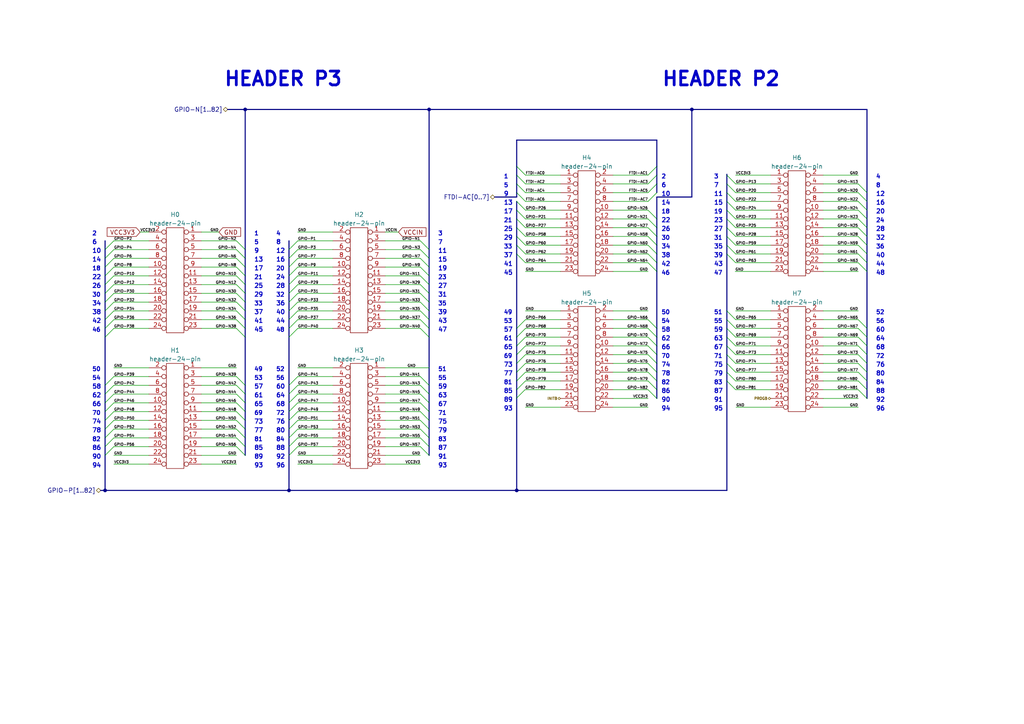
<source format=kicad_sch>
(kicad_sch (version 20211123) (generator eeschema)
  (paper "A4")
  (junction (at 124.46 31.75))
  (junction (at 83.82 142.24))
  (junction (at 149.86 142.24))
  (junction (at 30.48 142.24))
  (junction (at 200.66 31.75))
  (junction (at 71.12 31.75))
  (bus_entry (at 210.82 50.8) (size 2.54 2.54))
  (bus_entry (at 251.46 66.04) (size -2.54 -2.54))
  (bus_entry (at 71.12 97.79) (size -2.54 -2.54))
  (bus_entry (at 30.48 119.38) (size 2.54 -2.54))
  (bus_entry (at 210.82 73.66) (size 2.54 2.54))
  (bus_entry (at 83.82 90.17) (size 2.54 -2.54))
  (bus_entry (at 71.12 77.47) (size -2.54 -2.54))
  (bus_entry (at 210.82 55.88) (size 2.54 2.54))
  (bus_entry (at 71.12 111.76) (size -2.54 -2.54))
  (bus_entry (at 83.82 119.38) (size 2.54 -2.54))
  (bus_entry (at 124.46 132.08) (size -2.54 -2.54))
  (bus_entry (at 190.5 107.95) (size -2.54 -2.54))
  (bus_entry (at 149.86 60.96) (size 2.54 2.54))
  (bus_entry (at 124.46 92.71) (size -2.54 -2.54))
  (bus_entry (at 30.48 85.09) (size 2.54 -2.54))
  (bus_entry (at 149.86 48.26) (size 2.54 2.54))
  (bus_entry (at 30.48 121.92) (size 2.54 -2.54))
  (bus_entry (at 83.82 127) (size 2.54 -2.54))
  (bus_entry (at 71.12 119.38) (size -2.54 -2.54))
  (bus_entry (at 71.12 82.55) (size -2.54 -2.54))
  (bus_entry (at 251.46 78.74) (size -2.54 -2.54))
  (bus_entry (at 190.5 55.88) (size -2.54 2.54))
  (bus_entry (at 190.5 66.04) (size -2.54 -2.54))
  (bus_entry (at 149.86 53.34) (size 2.54 2.54))
  (bus_entry (at 30.48 87.63) (size 2.54 -2.54))
  (bus_entry (at 30.48 95.25) (size 2.54 -2.54))
  (bus_entry (at 71.12 74.93) (size -2.54 -2.54))
  (bus_entry (at 149.86 68.58) (size 2.54 2.54))
  (bus_entry (at 30.48 97.79) (size 2.54 -2.54))
  (bus_entry (at 251.46 63.5) (size -2.54 -2.54))
  (bus_entry (at 190.5 73.66) (size -2.54 -2.54))
  (bus_entry (at 190.5 63.5) (size -2.54 -2.54))
  (bus_entry (at 251.46 68.58) (size -2.54 -2.54))
  (bus_entry (at 124.46 111.76) (size -2.54 -2.54))
  (bus_entry (at 71.12 132.08) (size -2.54 -2.54))
  (bus_entry (at 210.82 71.12) (size 2.54 2.54))
  (bus_entry (at 83.82 77.47) (size 2.54 -2.54))
  (bus_entry (at 30.48 90.17) (size 2.54 -2.54))
  (bus_entry (at 210.82 63.5) (size 2.54 2.54))
  (bus_entry (at 124.46 124.46) (size -2.54 -2.54))
  (bus_entry (at 83.82 124.46) (size 2.54 -2.54))
  (bus_entry (at 190.5 71.12) (size -2.54 -2.54))
  (bus_entry (at 83.82 116.84) (size 2.54 -2.54))
  (bus_entry (at 190.5 48.26) (size -2.54 2.54))
  (bus_entry (at 149.86 110.49) (size 2.54 -2.54))
  (bus_entry (at 190.5 110.49) (size -2.54 -2.54))
  (bus_entry (at 124.46 74.93) (size -2.54 -2.54))
  (bus_entry (at 30.48 129.54) (size 2.54 -2.54))
  (bus_entry (at 251.46 55.88) (size -2.54 -2.54))
  (bus_entry (at 83.82 129.54) (size 2.54 -2.54))
  (bus_entry (at 30.48 80.01) (size 2.54 -2.54))
  (bus_entry (at 251.46 100.33) (size -2.54 -2.54))
  (bus_entry (at 83.82 111.76) (size 2.54 -2.54))
  (bus_entry (at 149.86 73.66) (size 2.54 2.54))
  (bus_entry (at 210.82 90.17) (size 2.54 2.54))
  (bus_entry (at 30.48 114.3) (size 2.54 -2.54))
  (bus_entry (at 83.82 97.79) (size 2.54 -2.54))
  (bus_entry (at 149.733 115.57) (size 2.54 -2.54))
  (bus_entry (at 71.12 129.54) (size -2.54 -2.54))
  (bus_entry (at 30.48 74.93) (size 2.54 -2.54))
  (bus_entry (at 71.12 127) (size -2.54 -2.54))
  (bus_entry (at 190.5 113.03) (size -2.54 -2.54))
  (bus_entry (at 71.12 95.25) (size -2.54 -2.54))
  (bus_entry (at 124.46 85.09) (size -2.54 -2.54))
  (bus_entry (at 190.5 97.79) (size -2.54 -2.54))
  (bus_entry (at 210.82 66.04) (size 2.54 2.54))
  (bus_entry (at 149.86 113.03) (size 2.54 -2.54))
  (bus_entry (at 251.46 73.66) (size -2.54 -2.54))
  (bus_entry (at 30.48 82.55) (size 2.54 -2.54))
  (bus_entry (at 149.86 107.95) (size 2.54 -2.54))
  (bus_entry (at 149.86 102.87) (size 2.54 -2.54))
  (bus_entry (at 251.46 113.03) (size -2.54 -2.54))
  (bus_entry (at 83.82 82.55) (size 2.54 -2.54))
  (bus_entry (at 71.12 90.17) (size -2.54 -2.54))
  (bus_entry (at 83.82 74.93) (size 2.54 -2.54))
  (bus_entry (at 190.5 95.25) (size -2.54 -2.54))
  (bus_entry (at 210.82 97.79) (size 2.54 2.54))
  (bus_entry (at 149.86 50.8) (size 2.54 2.54))
  (bus_entry (at 210.82 95.25) (size 2.54 2.54))
  (bus_entry (at 149.86 55.88) (size 2.54 2.54))
  (bus_entry (at 124.46 119.38) (size -2.54 -2.54))
  (bus_entry (at 71.12 124.46) (size -2.54 -2.54))
  (bus_entry (at 251.46 107.95) (size -2.54 -2.54))
  (bus_entry (at 124.46 87.63) (size -2.54 -2.54))
  (bus_entry (at 190.5 76.2) (size -2.54 -2.54))
  (bus_entry (at 190.5 78.74) (size -2.54 -2.54))
  (bus_entry (at 190.5 100.33) (size -2.54 -2.54))
  (bus_entry (at 71.12 121.92) (size -2.54 -2.54))
  (bus_entry (at 83.82 92.71) (size 2.54 -2.54))
  (bus_entry (at 124.46 97.79) (size -2.54 -2.54))
  (bus_entry (at 210.82 60.96) (size 2.54 2.54))
  (bus_entry (at 149.86 97.79) (size 2.54 -2.54))
  (bus_entry (at 124.46 82.55) (size -2.54 -2.54))
  (bus_entry (at 251.46 110.49) (size -2.54 -2.54))
  (bus_entry (at 210.82 58.42) (size 2.54 2.54))
  (bus_entry (at 30.48 124.46) (size 2.54 -2.54))
  (bus_entry (at 251.46 105.41) (size -2.54 -2.54))
  (bus_entry (at 124.46 129.54) (size -2.54 -2.54))
  (bus_entry (at 149.86 63.5) (size 2.54 2.54))
  (bus_entry (at 149.86 58.42) (size 2.54 2.54))
  (bus_entry (at 124.46 127) (size -2.54 -2.54))
  (bus_entry (at 210.82 53.34) (size 2.54 2.54))
  (bus_entry (at 83.82 72.39) (size 2.54 -2.54))
  (bus_entry (at 30.48 111.76) (size 2.54 -2.54))
  (bus_entry (at 71.12 92.71) (size -2.54 -2.54))
  (bus_entry (at 71.12 114.3) (size -2.54 -2.54))
  (bus_entry (at 30.48 92.71) (size 2.54 -2.54))
  (bus_entry (at 30.48 77.47) (size 2.54 -2.54))
  (bus_entry (at 210.82 107.95) (size 2.54 2.54))
  (bus_entry (at 71.12 116.84) (size -2.54 -2.54))
  (bus_entry (at 251.46 71.12) (size -2.54 -2.54))
  (bus_entry (at 149.86 105.41) (size 2.54 -2.54))
  (bus_entry (at 71.12 85.09) (size -2.54 -2.54))
  (bus_entry (at 71.12 87.63) (size -2.54 -2.54))
  (bus_entry (at 251.46 60.96) (size -2.54 -2.54))
  (bus_entry (at 190.5 102.87) (size -2.54 -2.54))
  (bus_entry (at 124.46 80.01) (size -2.54 -2.54))
  (bus_entry (at 190.5 115.57) (size -2.54 -2.54))
  (bus_entry (at 149.86 71.12) (size 2.54 2.54))
  (bus_entry (at 124.46 95.25) (size -2.54 -2.54))
  (bus_entry (at 124.46 90.17) (size -2.54 -2.54))
  (bus_entry (at 190.5 50.8) (size -2.54 2.54))
  (bus_entry (at 190.5 53.34) (size -2.54 2.54))
  (bus_entry (at 124.46 72.39) (size -2.54 -2.54))
  (bus_entry (at 124.46 121.92) (size -2.54 -2.54))
  (bus_entry (at 149.86 100.33) (size 2.54 -2.54))
  (bus_entry (at 83.82 80.01) (size 2.54 -2.54))
  (bus_entry (at 210.82 102.87) (size 2.54 2.54))
  (bus_entry (at 251.46 76.2) (size -2.54 -2.54))
  (bus_entry (at 124.46 114.3) (size -2.54 -2.54))
  (bus_entry (at 30.48 127) (size 2.54 -2.54))
  (bus_entry (at 210.82 110.49) (size 2.54 2.54))
  (bus_entry (at 83.82 121.92) (size 2.54 -2.54))
  (bus_entry (at 190.5 68.58) (size -2.54 -2.54))
  (bus_entry (at 71.12 80.01) (size -2.54 -2.54))
  (bus_entry (at 210.82 92.71) (size 2.54 2.54))
  (bus_entry (at 83.82 95.25) (size 2.54 -2.54))
  (bus_entry (at 83.82 114.3) (size 2.54 -2.54))
  (bus_entry (at 210.82 105.41) (size 2.54 2.54))
  (bus_entry (at 149.86 66.04) (size 2.54 2.54))
  (bus_entry (at 30.48 132.08) (size 2.54 -2.54))
  (bus_entry (at 210.82 68.58) (size 2.54 2.54))
  (bus_entry (at 251.46 102.87) (size -2.54 -2.54))
  (bus_entry (at 149.86 95.25) (size 2.54 -2.54))
  (bus_entry (at 83.82 85.09) (size 2.54 -2.54))
  (bus_entry (at 83.82 132.08) (size 2.54 -2.54))
  (bus_entry (at 251.46 97.79) (size -2.54 -2.54))
  (bus_entry (at 251.46 95.25) (size -2.54 -2.54))
  (bus_entry (at 190.5 105.41) (size -2.54 -2.54))
  (bus_entry (at 30.48 72.39) (size 2.54 -2.54))
  (bus_entry (at 251.46 58.42) (size -2.54 -2.54))
  (bus_entry (at 124.46 116.84) (size -2.54 -2.54))
  (bus_entry (at 124.46 77.47) (size -2.54 -2.54))
  (bus_entry (at 30.48 116.84) (size 2.54 -2.54))
  (bus_entry (at 83.82 87.63) (size 2.54 -2.54))
  (bus_entry (at 210.82 100.33) (size 2.54 2.54))
  (bus_entry (at 71.12 72.39) (size -2.54 -2.54))
  (bus_entry (at 251.46 115.57) (size -2.54 -2.54))
  (bus (pts (xy 30.48 116.84) (xy 30.48 119.38)))
  (wire (pts (xy 86.36 85.09) (xy 96.52 85.09)))
  (bus (pts (xy 149.86 102.87) (xy 149.86 105.41)))
  (wire (pts (xy 238.76 90.17) (xy 248.92 90.17)))
  (wire (pts (xy 152.4 110.49) (xy 162.56 110.49)))
  (bus (pts (xy 30.48 124.46) (xy 30.48 127)))
  (wire (pts (xy 213.36 58.42) (xy 223.52 58.42)))
  (wire (pts (xy 213.36 68.58) (xy 223.52 68.58)))
  (bus (pts (xy 149.86 58.42) (xy 149.86 60.96)))
  (bus (pts (xy 124.46 72.39) (xy 124.46 74.93)))
  (bus (pts (xy 83.82 119.38) (xy 83.82 121.92)))
  (bus (pts (xy 124.46 87.63) (xy 124.46 90.17)))
  (wire (pts (xy 111.76 69.85) (xy 121.92 69.85)))
  (bus (pts (xy 124.46 90.17) (xy 124.46 92.71)))
  (wire (pts (xy 152.4 76.2) (xy 162.56 76.2)))
  (wire (pts (xy 111.76 134.62) (xy 121.92 134.62)))
  (bus (pts (xy 124.46 77.47) (xy 124.46 80.01)))
  (wire (pts (xy 177.8 97.79) (xy 187.96 97.79)))
  (wire (pts (xy 86.36 106.68) (xy 96.52 106.68)))
  (wire (pts (xy 238.76 73.66) (xy 248.92 73.66)))
  (wire (pts (xy 58.42 87.63) (xy 68.58 87.63)))
  (bus (pts (xy 83.82 121.92) (xy 83.82 124.46)))
  (bus (pts (xy 124.46 95.25) (xy 124.46 97.79)))
  (wire (pts (xy 177.8 53.34) (xy 187.96 53.34)))
  (wire (pts (xy 213.36 76.2) (xy 223.52 76.2)))
  (wire (pts (xy 58.42 124.46) (xy 68.58 124.46)))
  (wire (pts (xy 33.02 116.84) (xy 43.18 116.84)))
  (wire (pts (xy 152.4 118.11) (xy 162.56 118.11)))
  (wire (pts (xy 58.42 95.25) (xy 68.58 95.25)))
  (wire (pts (xy 111.76 90.17) (xy 121.92 90.17)))
  (wire (pts (xy 152.4 71.12) (xy 162.56 71.12)))
  (wire (pts (xy 111.76 80.01) (xy 121.92 80.01)))
  (wire (pts (xy 238.76 63.5) (xy 248.92 63.5)))
  (bus (pts (xy 251.46 105.41) (xy 251.46 107.95)))
  (wire (pts (xy 177.8 110.49) (xy 187.96 110.49)))
  (wire (pts (xy 111.76 85.09) (xy 121.92 85.09)))
  (wire (pts (xy 58.42 72.39) (xy 68.58 72.39)))
  (wire (pts (xy 238.76 53.34) (xy 248.92 53.34)))
  (bus (pts (xy 124.46 74.93) (xy 124.46 77.47)))
  (bus (pts (xy 83.82 80.01) (xy 83.82 82.55)))
  (wire (pts (xy 152.4 92.71) (xy 162.56 92.71)))
  (wire (pts (xy 238.76 95.25) (xy 248.92 95.25)))
  (wire (pts (xy 111.76 132.08) (xy 121.92 132.08)))
  (bus (pts (xy 124.46 82.55) (xy 124.46 85.09)))
  (bus (pts (xy 71.12 119.38) (xy 71.12 121.92)))
  (bus (pts (xy 30.48 74.93) (xy 30.48 77.47)))
  (bus (pts (xy 190.5 105.41) (xy 190.5 107.95)))
  (bus (pts (xy 124.46 80.01) (xy 124.46 82.55)))
  (wire (pts (xy 111.76 67.31) (xy 115.57 67.31)))
  (bus (pts (xy 83.82 87.63) (xy 83.82 90.17)))
  (bus (pts (xy 71.12 72.39) (xy 71.12 74.93)))
  (wire (pts (xy 238.76 76.2) (xy 248.92 76.2)))
  (bus (pts (xy 251.46 95.25) (xy 251.46 97.79)))
  (bus (pts (xy 30.48 119.38) (xy 30.48 121.92)))
  (bus (pts (xy 149.86 48.26) (xy 149.86 50.8)))
  (wire (pts (xy 238.76 55.88) (xy 248.92 55.88)))
  (bus (pts (xy 210.82 73.66) (xy 210.82 90.17)))
  (bus (pts (xy 30.48 95.25) (xy 30.48 97.79)))
  (wire (pts (xy 213.36 100.33) (xy 223.52 100.33)))
  (wire (pts (xy 177.8 102.87) (xy 187.96 102.87)))
  (bus (pts (xy 210.82 60.96) (xy 210.82 63.5)))
  (wire (pts (xy 58.42 85.09) (xy 68.58 85.09)))
  (bus (pts (xy 71.12 124.46) (xy 71.12 127)))
  (bus (pts (xy 190.5 76.2) (xy 190.5 78.74)))
  (bus (pts (xy 124.46 116.84) (xy 124.46 119.38)))
  (wire (pts (xy 152.4 53.34) (xy 162.56 53.34)))
  (wire (pts (xy 177.8 92.71) (xy 187.96 92.71)))
  (wire (pts (xy 33.02 119.38) (xy 43.18 119.38)))
  (wire (pts (xy 238.76 102.87) (xy 248.92 102.87)))
  (wire (pts (xy 238.76 100.33) (xy 248.92 100.33)))
  (bus (pts (xy 190.5 113.03) (xy 190.5 115.57)))
  (wire (pts (xy 86.36 92.71) (xy 96.52 92.71)))
  (bus (pts (xy 30.48 82.55) (xy 30.48 85.09)))
  (wire (pts (xy 111.76 119.38) (xy 121.92 119.38)))
  (bus (pts (xy 210.82 92.71) (xy 210.82 95.25)))
  (wire (pts (xy 33.02 77.47) (xy 43.18 77.47)))
  (wire (pts (xy 111.76 127) (xy 121.92 127)))
  (bus (pts (xy 190.5 107.95) (xy 190.5 110.49)))
  (wire (pts (xy 33.02 92.71) (xy 43.18 92.71)))
  (wire (pts (xy 86.36 124.46) (xy 96.52 124.46)))
  (wire (pts (xy 33.02 72.39) (xy 43.18 72.39)))
  (wire (pts (xy 238.76 68.58) (xy 248.92 68.58)))
  (wire (pts (xy 213.487 118.11) (xy 223.52 118.11)))
  (bus (pts (xy 71.12 114.3) (xy 71.12 116.84)))
  (wire (pts (xy 177.8 63.5) (xy 187.96 63.5)))
  (wire (pts (xy 213.36 55.88) (xy 223.52 55.88)))
  (bus (pts (xy 124.46 114.3) (xy 124.46 116.84)))
  (wire (pts (xy 33.02 74.93) (xy 43.18 74.93)))
  (bus (pts (xy 66.04 31.75) (xy 71.12 31.75)))
  (wire (pts (xy 111.76 116.84) (xy 121.92 116.84)))
  (bus (pts (xy 71.12 31.75) (xy 71.12 72.39)))
  (bus (pts (xy 210.82 55.88) (xy 210.82 58.42)))
  (wire (pts (xy 213.36 71.12) (xy 223.52 71.12)))
  (wire (pts (xy 86.36 95.25) (xy 96.52 95.25)))
  (bus (pts (xy 30.48 72.39) (xy 30.48 74.93)))
  (bus (pts (xy 83.82 124.46) (xy 83.82 127)))
  (wire (pts (xy 152.4 105.41) (xy 162.56 105.41)))
  (wire (pts (xy 213.36 97.79) (xy 223.52 97.79)))
  (bus (pts (xy 149.86 73.66) (xy 149.86 95.25)))
  (bus (pts (xy 251.46 76.2) (xy 251.46 78.74)))
  (bus (pts (xy 83.82 114.3) (xy 83.82 116.84)))
  (bus (pts (xy 210.82 53.34) (xy 210.82 55.88)))
  (bus (pts (xy 124.46 121.92) (xy 124.46 124.46)))
  (bus (pts (xy 30.48 87.63) (xy 30.48 90.17)))
  (bus (pts (xy 210.82 50.8) (xy 210.82 53.34)))
  (bus (pts (xy 83.82 92.71) (xy 83.82 95.25)))
  (wire (pts (xy 152.4 78.74) (xy 162.56 78.74)))
  (bus (pts (xy 190.5 55.88) (xy 190.5 53.34)))
  (wire (pts (xy 152.4 102.87) (xy 162.56 102.87)))
  (wire (pts (xy 86.36 77.47) (xy 96.52 77.47)))
  (bus (pts (xy 149.86 100.33) (xy 149.86 102.87)))
  (wire (pts (xy 177.8 107.95) (xy 187.96 107.95)))
  (wire (pts (xy 187.96 50.8) (xy 177.8 50.8)))
  (wire (pts (xy 86.36 132.08) (xy 96.52 132.08)))
  (bus (pts (xy 30.48 85.09) (xy 30.48 87.63)))
  (bus (pts (xy 71.12 111.76) (xy 71.12 114.3)))
  (bus (pts (xy 71.12 77.47) (xy 71.12 80.01)))
  (wire (pts (xy 248.92 60.96) (xy 238.76 60.96)))
  (bus (pts (xy 190.5 63.5) (xy 190.5 66.04)))
  (bus (pts (xy 210.82 110.49) (xy 210.82 142.24)))
  (bus (pts (xy 190.5 66.04) (xy 190.5 68.58)))
  (bus (pts (xy 149.86 107.95) (xy 149.86 110.49)))
  (wire (pts (xy 58.42 114.3) (xy 68.58 114.3)))
  (bus (pts (xy 210.82 100.33) (xy 210.82 102.87)))
  (wire (pts (xy 86.36 119.38) (xy 96.52 119.38)))
  (wire (pts (xy 187.96 73.66) (xy 177.8 73.66)))
  (wire (pts (xy 177.8 66.04) (xy 187.96 66.04)))
  (bus (pts (xy 71.12 80.01) (xy 71.12 82.55)))
  (bus (pts (xy 83.82 90.17) (xy 83.82 92.71)))
  (bus (pts (xy 149.86 53.34) (xy 149.86 55.88)))
  (bus (pts (xy 124.46 31.75) (xy 200.66 31.75)))
  (bus (pts (xy 30.48 97.79) (xy 30.48 111.76)))
  (wire (pts (xy 86.36 114.3) (xy 96.52 114.3)))
  (bus (pts (xy 124.46 129.54) (xy 124.46 132.08)))
  (wire (pts (xy 152.4 73.66) (xy 162.56 73.66)))
  (bus (pts (xy 251.46 63.5) (xy 251.46 66.04)))
  (bus (pts (xy 30.48 111.76) (xy 30.48 114.3)))
  (bus (pts (xy 210.82 105.41) (xy 210.82 107.95)))
  (bus (pts (xy 83.82 95.25) (xy 83.82 97.79)))
  (bus (pts (xy 210.82 90.17) (xy 210.82 92.71)))
  (wire (pts (xy 213.36 92.71) (xy 223.52 92.71)))
  (bus (pts (xy 149.86 63.5) (xy 149.86 66.04)))
  (bus (pts (xy 210.82 71.12) (xy 210.82 73.66)))
  (bus (pts (xy 190.5 57.15) (xy 200.66 57.15)))
  (wire (pts (xy 86.36 116.84) (xy 96.52 116.84)))
  (bus (pts (xy 210.82 58.42) (xy 210.82 60.96)))
  (bus (pts (xy 83.82 127) (xy 83.82 129.54)))
  (wire (pts (xy 177.8 115.57) (xy 187.96 115.57)))
  (wire (pts (xy 58.42 127) (xy 68.58 127)))
  (bus (pts (xy 71.12 90.17) (xy 71.12 92.71)))
  (wire (pts (xy 111.76 121.92) (xy 121.92 121.92)))
  (wire (pts (xy 86.36 80.01) (xy 96.52 80.01)))
  (bus (pts (xy 149.86 105.41) (xy 149.86 107.95)))
  (bus (pts (xy 190.5 102.87) (xy 190.5 105.41)))
  (bus (pts (xy 251.46 71.12) (xy 251.46 73.66)))
  (bus (pts (xy 251.46 73.66) (xy 251.46 76.2)))
  (wire (pts (xy 248.92 107.95) (xy 238.76 107.95)))
  (wire (pts (xy 58.42 82.55) (xy 68.58 82.55)))
  (wire (pts (xy 238.76 71.12) (xy 248.92 71.12)))
  (wire (pts (xy 111.76 111.76) (xy 121.92 111.76)))
  (wire (pts (xy 213.36 113.03) (xy 223.52 113.03)))
  (bus (pts (xy 251.46 31.75) (xy 251.46 55.88)))
  (bus (pts (xy 30.48 129.54) (xy 30.48 132.08)))
  (bus (pts (xy 251.46 113.03) (xy 251.46 115.57)))
  (bus (pts (xy 190.5 95.25) (xy 190.5 97.79)))
  (bus (pts (xy 71.12 87.63) (xy 71.12 90.17)))
  (wire (pts (xy 86.36 69.85) (xy 96.52 69.85)))
  (wire (pts (xy 33.02 69.85) (xy 43.18 69.85)))
  (bus (pts (xy 149.86 40.64) (xy 149.86 48.26)))
  (wire (pts (xy 238.76 92.71) (xy 248.92 92.71)))
  (bus (pts (xy 251.46 60.96) (xy 251.46 63.5)))
  (bus (pts (xy 124.46 124.46) (xy 124.46 127)))
  (bus (pts (xy 83.82 116.84) (xy 83.82 119.38)))
  (wire (pts (xy 213.36 73.66) (xy 223.52 73.66)))
  (wire (pts (xy 33.02 134.62) (xy 43.18 134.62)))
  (bus (pts (xy 29.21 142.24) (xy 30.48 142.24)))
  (bus (pts (xy 30.48 77.47) (xy 30.48 80.01)))
  (wire (pts (xy 58.42 77.47) (xy 68.58 77.47)))
  (wire (pts (xy 58.42 121.92) (xy 68.58 121.92)))
  (bus (pts (xy 83.82 132.08) (xy 83.82 142.24)))
  (bus (pts (xy 71.12 85.09) (xy 71.12 87.63)))
  (wire (pts (xy 33.02 106.68) (xy 43.18 106.68)))
  (bus (pts (xy 30.48 92.71) (xy 30.48 95.25)))
  (bus (pts (xy 71.12 82.55) (xy 71.12 85.09)))
  (bus (pts (xy 124.46 97.79) (xy 124.46 111.76)))
  (bus (pts (xy 210.82 97.79) (xy 210.82 100.33)))
  (wire (pts (xy 238.76 97.79) (xy 248.92 97.79)))
  (bus (pts (xy 210.82 102.87) (xy 210.82 105.41)))
  (bus (pts (xy 251.46 102.87) (xy 251.46 105.41)))
  (wire (pts (xy 238.76 58.42) (xy 248.92 58.42)))
  (bus (pts (xy 149.86 68.58) (xy 149.86 71.12)))
  (wire (pts (xy 177.8 95.25) (xy 187.96 95.25)))
  (wire (pts (xy 238.76 78.74) (xy 248.92 78.74)))
  (bus (pts (xy 190.5 68.58) (xy 190.5 71.12)))
  (wire (pts (xy 248.92 66.04) (xy 238.76 66.04)))
  (bus (pts (xy 190.5 97.79) (xy 190.5 100.33)))
  (wire (pts (xy 213.36 110.49) (xy 223.52 110.49)))
  (bus (pts (xy 71.12 97.79) (xy 71.12 111.76)))
  (wire (pts (xy 152.4 68.58) (xy 162.56 68.58)))
  (bus (pts (xy 124.46 127) (xy 124.46 129.54)))
  (wire (pts (xy 111.76 72.39) (xy 121.92 72.39)))
  (bus (pts (xy 190.5 73.66) (xy 190.5 76.2)))
  (bus (pts (xy 83.82 82.55) (xy 83.82 85.09)))
  (wire (pts (xy 58.42 119.38) (xy 68.58 119.38)))
  (wire (pts (xy 86.36 109.22) (xy 96.52 109.22)))
  (wire (pts (xy 33.02 132.08) (xy 43.18 132.08)))
  (bus (pts (xy 83.82 85.09) (xy 83.82 87.63)))
  (wire (pts (xy 86.36 134.62) (xy 96.52 134.62)))
  (wire (pts (xy 33.02 82.55) (xy 43.18 82.55)))
  (wire (pts (xy 213.36 102.87) (xy 223.52 102.87)))
  (wire (pts (xy 177.8 71.12) (xy 187.96 71.12)))
  (wire (pts (xy 58.42 67.31) (xy 63.5 67.31)))
  (bus (pts (xy 71.12 129.54) (xy 71.12 132.08)))
  (bus (pts (xy 83.82 74.93) (xy 83.82 77.47)))
  (bus (pts (xy 71.12 31.75) (xy 124.46 31.75)))
  (bus (pts (xy 200.66 57.15) (xy 200.66 31.75)))
  (bus (pts (xy 251.46 97.79) (xy 251.46 100.33)))
  (bus (pts (xy 71.12 121.92) (xy 71.12 124.46)))
  (wire (pts (xy 33.02 124.46) (xy 43.18 124.46)))
  (bus (pts (xy 149.86 60.96) (xy 149.86 63.5)))
  (wire (pts (xy 177.8 68.58) (xy 187.96 68.58)))
  (bus (pts (xy 200.66 31.75) (xy 251.46 31.75)))
  (bus (pts (xy 83.82 69.85) (xy 83.82 72.39)))
  (wire (pts (xy 177.8 60.96) (xy 187.96 60.96)))
  (wire (pts (xy 86.36 74.93) (xy 96.52 74.93)))
  (bus (pts (xy 124.46 31.75) (xy 124.46 72.39)))
  (wire (pts (xy 213.36 63.5) (xy 223.52 63.5)))
  (wire (pts (xy 111.76 77.47) (xy 121.92 77.47)))
  (bus (pts (xy 190.5 40.64) (xy 190.5 48.26)))
  (bus (pts (xy 30.48 69.85) (xy 30.48 72.39)))
  (wire (pts (xy 58.42 106.68) (xy 68.58 106.68)))
  (wire (pts (xy 33.02 114.3) (xy 43.18 114.3)))
  (bus (pts (xy 83.82 77.47) (xy 83.82 80.01)))
  (bus (pts (xy 149.86 113.03) (xy 149.86 142.24)))
  (wire (pts (xy 177.8 58.42) (xy 187.96 58.42)))
  (bus (pts (xy 210.82 66.04) (xy 210.82 68.58)))
  (wire (pts (xy 187.96 76.2) (xy 177.8 76.2)))
  (bus (pts (xy 149.86 142.24) (xy 210.82 142.24)))
  (bus (pts (xy 210.82 63.5) (xy 210.82 66.04)))
  (wire (pts (xy 111.76 92.71) (xy 121.92 92.71)))
  (wire (pts (xy 111.76 82.55) (xy 121.92 82.55)))
  (wire (pts (xy 33.02 109.22) (xy 43.18 109.22)))
  (wire (pts (xy 33.02 87.63) (xy 43.18 87.63)))
  (wire (pts (xy 86.36 111.76) (xy 96.52 111.76)))
  (bus (pts (xy 190.5 100.33) (xy 190.5 102.87)))
  (bus (pts (xy 251.46 107.95) (xy 251.46 110.49)))
  (bus (pts (xy 71.12 92.71) (xy 71.12 95.25)))
  (wire (pts (xy 33.02 111.76) (xy 43.18 111.76)))
  (wire (pts (xy 213.36 50.8) (xy 223.52 50.8)))
  (bus (pts (xy 83.82 142.24) (xy 149.86 142.24)))
  (wire (pts (xy 213.36 66.04) (xy 223.52 66.04)))
  (wire (pts (xy 58.42 109.22) (xy 68.58 109.22)))
  (bus (pts (xy 149.86 110.49) (xy 149.86 113.03)))
  (wire (pts (xy 238.76 110.49) (xy 248.92 110.49)))
  (bus (pts (xy 83.82 129.54) (xy 83.82 132.08)))
  (wire (pts (xy 58.42 80.01) (xy 68.58 80.01)))
  (bus (pts (xy 124.46 111.76) (xy 124.46 114.3)))
  (bus (pts (xy 124.46 119.38) (xy 124.46 121.92)))
  (bus (pts (xy 190.5 50.8) (xy 190.5 48.26)))
  (wire (pts (xy 111.76 109.22) (xy 121.92 109.22)))
  (wire (pts (xy 58.42 111.76) (xy 68.58 111.76)))
  (wire (pts (xy 152.4 66.04) (xy 162.56 66.04)))
  (bus (pts (xy 30.48 121.92) (xy 30.48 124.46)))
  (wire (pts (xy 238.76 50.8) (xy 248.92 50.8)))
  (bus (pts (xy 143.51 57.15) (xy 149.86 57.15)))
  (wire (pts (xy 58.42 92.71) (xy 68.58 92.71)))
  (wire (pts (xy 111.76 129.54) (xy 121.92 129.54)))
  (wire (pts (xy 58.42 69.85) (xy 68.58 69.85)))
  (bus (pts (xy 71.12 127) (xy 71.12 129.54)))
  (wire (pts (xy 152.4 63.5) (xy 162.56 63.5)))
  (bus (pts (xy 83.82 97.79) (xy 83.82 111.76)))
  (bus (pts (xy 71.12 74.93) (xy 71.12 77.47)))
  (wire (pts (xy 152.4 97.79) (xy 162.56 97.79)))
  (wire (pts (xy 58.42 129.54) (xy 68.58 129.54)))
  (wire (pts (xy 238.76 115.57) (xy 248.92 115.57)))
  (bus (pts (xy 251.46 78.74) (xy 251.46 95.25)))
  (bus (pts (xy 190.5 40.64) (xy 149.86 40.64)))
  (wire (pts (xy 33.02 129.54) (xy 43.18 129.54)))
  (bus (pts (xy 124.46 85.09) (xy 124.46 87.63)))
  (wire (pts (xy 152.4 60.96) (xy 162.56 60.96)))
  (wire (pts (xy 152.273 113.03) (xy 162.56 113.03)))
  (bus (pts (xy 149.86 55.88) (xy 149.86 57.15)))
  (wire (pts (xy 58.42 74.93) (xy 68.58 74.93)))
  (bus (pts (xy 190.5 53.34) (xy 190.5 50.8)))
  (wire (pts (xy 86.36 87.63) (xy 96.52 87.63)))
  (wire (pts (xy 177.8 90.17) (xy 187.96 90.17)))
  (bus (pts (xy 210.82 68.58) (xy 210.82 71.12)))
  (wire (pts (xy 111.76 106.68) (xy 124.46 106.68)))
  (wire (pts (xy 33.02 95.25) (xy 43.18 95.25)))
  (bus (pts (xy 210.82 107.95) (xy 210.82 110.49)))
  (bus (pts (xy 71.12 95.25) (xy 71.12 97.79)))
  (wire (pts (xy 213.36 107.95) (xy 223.52 107.95)))
  (bus (pts (xy 83.82 111.76) (xy 83.82 114.3)))
  (bus (pts (xy 190.5 57.15) (xy 190.5 63.5)))
  (bus (pts (xy 30.48 132.08) (xy 30.48 142.24)))
  (bus (pts (xy 149.86 95.25) (xy 149.86 97.79)))
  (wire (pts (xy 40.64 67.31) (xy 43.18 67.31)))
  (wire (pts (xy 238.76 118.11) (xy 248.92 118.11)))
  (wire (pts (xy 213.36 95.25) (xy 223.52 95.25)))
  (bus (pts (xy 251.46 100.33) (xy 251.46 102.87)))
  (wire (pts (xy 86.36 82.55) (xy 96.52 82.55)))
  (bus (pts (xy 149.86 71.12) (xy 149.86 73.66)))
  (bus (pts (xy 149.86 50.8) (xy 149.86 53.34)))
  (wire (pts (xy 177.8 100.33) (xy 187.96 100.33)))
  (wire (pts (xy 152.4 100.33) (xy 162.56 100.33)))
  (wire (pts (xy 213.36 60.96) (xy 223.52 60.96)))
  (wire (pts (xy 152.4 58.42) (xy 162.56 58.42)))
  (bus (pts (xy 30.48 142.24) (xy 83.82 142.24)))
  (bus (pts (xy 251.46 66.04) (xy 251.46 68.58)))
  (bus (pts (xy 149.86 97.79) (xy 149.86 100.33)))
  (wire (pts (xy 33.02 121.92) (xy 43.18 121.92)))
  (wire (pts (xy 111.76 95.25) (xy 121.92 95.25)))
  (wire (pts (xy 86.36 72.39) (xy 96.52 72.39)))
  (bus (pts (xy 251.46 55.88) (xy 251.46 58.42)))
  (wire (pts (xy 177.8 78.74) (xy 187.96 78.74)))
  (wire (pts (xy 86.36 129.54) (xy 96.52 129.54)))
  (wire (pts (xy 33.02 90.17) (xy 43.18 90.17)))
  (wire (pts (xy 86.36 121.92) (xy 96.52 121.92)))
  (wire (pts (xy 248.92 105.41) (xy 238.76 105.41)))
  (wire (pts (xy 152.4 90.17) (xy 162.56 90.17)))
  (wire (pts (xy 213.36 105.41) (xy 223.52 105.41)))
  (bus (pts (xy 251.46 58.42) (xy 251.46 60.96)))
  (wire (pts (xy 177.8 118.11) (xy 187.96 118.11)))
  (wire (pts (xy 86.36 127) (xy 96.52 127)))
  (bus (pts (xy 149.86 66.04) (xy 149.86 68.58)))
  (wire (pts (xy 86.36 67.31) (xy 96.52 67.31)))
  (wire (pts (xy 58.42 90.17) (xy 68.58 90.17)))
  (wire (pts (xy 177.8 55.88) (xy 187.96 55.88)))
  (wire (pts (xy 111.76 74.93) (xy 121.92 74.93)))
  (wire (pts (xy 177.8 105.41) (xy 187.96 105.41)))
  (bus (pts (xy 83.82 72.39) (xy 83.82 74.93)))
  (wire (pts (xy 33.02 80.01) (xy 43.18 80.01)))
  (wire (pts (xy 152.4 55.88) (xy 162.56 55.88)))
  (wire (pts (xy 152.4 50.8) (xy 162.56 50.8)))
  (bus (pts (xy 71.12 116.84) (xy 71.12 119.38)))
  (wire (pts (xy 248.92 113.03) (xy 238.76 113.03)))
  (bus (pts (xy 30.48 127) (xy 30.48 129.54)))
  (wire (pts (xy 152.4 107.95) (xy 162.56 107.95)))
  (wire (pts (xy 213.233 78.74) (xy 223.52 78.74)))
  (wire (pts (xy 187.96 113.03) (xy 177.8 113.03)))
  (bus (pts (xy 210.82 50.546) (xy 210.82 50.8)))
  (wire (pts (xy 33.02 127) (xy 43.18 127)))
  (wire (pts (xy 111.76 87.63) (xy 121.92 87.63)))
  (wire (pts (xy 111.76 114.3) (xy 121.92 114.3)))
  (wire (pts (xy 58.42 116.84) (xy 68.58 116.84)))
  (bus (pts (xy 30.48 114.3) (xy 30.48 116.84)))
  (bus (pts (xy 30.48 80.01) (xy 30.48 82.55)))
  (wire (pts (xy 152.4 95.25) (xy 162.56 95.25)))
  (bus (pts (xy 190.5 110.49) (xy 190.5 113.03)))
  (bus (pts (xy 124.46 92.71) (xy 124.46 95.25)))
  (wire (pts (xy 111.76 124.46) (xy 121.92 124.46)))
  (bus (pts (xy 251.46 110.49) (xy 251.46 113.03)))
  (wire (pts (xy 58.42 134.62) (xy 68.58 134.62)))
  (wire (pts (xy 58.42 132.08) (xy 68.58 132.08)))
  (bus (pts (xy 190.5 71.12) (xy 190.5 73.66)))
  (bus (pts (xy 30.48 90.17) (xy 30.48 92.71)))
  (wire (pts (xy 86.36 90.17) (xy 96.52 90.17)))
  (wire (pts (xy 213.36 90.17) (xy 223.52 90.17)))
  (bus (pts (xy 210.82 95.25) (xy 210.82 97.79)))
  (bus (pts (xy 190.5 78.74) (xy 190.5 95.25)))
  (wire (pts (xy 33.02 85.09) (xy 43.18 85.09)))
  (bus (pts (xy 251.46 68.58) (xy 251.46 71.12)))
  (wire (pts (xy 213.36 53.34) (xy 223.52 53.34)))
  (text "2" (at 26.67 68.58 0) (effects (font (size 1.2 1.2) (thickness 0.254) bold) (justify left bottom)))
  (text "57" (at 146.05 96.52 0) (effects (font (size 1.27 1.27) (thickness 0.254) bold) (justify left bottom)))
  (text "39" (at 207.01 74.93 0) (effects (font (size 1.27 1.27) (thickness 0.254) bold) (justify left bottom)))
  (text "88" (at 80.01 130.81 0) (effects (font (size 1.27 1.27) (thickness 0.254) bold) (justify left bottom)))
  (text "7" (at 127 71.12 0) (effects (font (size 1.2 1.2) (thickness 0.254) bold) (justify left bottom)))
  (text "21" (at 146.05 64.77 0) (effects (font (size 1.2 1.2) (thickness 0.254) bold) (justify left bottom)))
  (text "14" (at 191.77 59.69 0) (effects (font (size 1.27 1.27) (thickness 0.254) bold) (justify left bottom)))
  (text "11" (at 127 73.66 0) (effects (font (size 1.27 1.27) (thickness 0.254) bold) (justify left bottom)))
  (text "37" (at 73.66 91.44 0) (effects (font (size 1.27 1.27) (thickness 0.254) bold) (justify left bottom)))
  (text "76" (at 254 106.68 0) (effects (font (size 1.27 1.27) (thickness 0.254) bold) (justify left bottom)))
  (text "47" (at 127 96.52 0) (effects (font (size 1.27 1.27) (thickness 0.254) bold) (justify left bottom)))
  (text "38" (at 191.77 74.93 0) (effects (font (size 1.27 1.27) (thickness 0.254) bold) (justify left bottom)))
  (text "49" (at 73.66 107.95 0) (effects (font (size 1.2 1.2) (thickness 0.254) bold) (justify left bottom)))
  (text "60" (at 254 96.52 0) (effects (font (size 1.27 1.27) (thickness 0.254) bold) (justify left bottom)))
  (text "58" (at 26.67 113.03 0) (effects (font (size 1.27 1.27) (thickness 0.254) bold) (justify left bottom)))
  (text "44" (at 80.01 93.98 0) (effects (font (size 1.27 1.27) (thickness 0.254) bold) (justify left bottom)))
  (text "15" (at 127 76.2 0) (effects (font (size 1.27 1.27) (thickness 0.254) bold) (justify left bottom)))
  (text "66" (at 26.67 118.11 0) (effects (font (size 1.27 1.27) (thickness 0.254) bold) (justify left bottom)))
  (text "26" (at 191.77 67.31 0) (effects (font (size 1.27 1.27) (thickness 0.254) bold) (justify left bottom)))
  (text "33" (at 73.66 88.9 0) (effects (font (size 1.2 1.2) (thickness 0.254) bold) (justify left bottom)))
  (text "34" (at 26.67 88.9 0) (effects (font (size 1.27 1.27) (thickness 0.254) bold) (justify left bottom)))
  (text "72" (at 254 104.14 0) (effects (font (size 1.2 1.2) (thickness 0.254) bold) (justify left bottom)))
  (text "20" (at 254 62.23 0) (effects (font (size 1.27 1.27) (thickness 0.254) bold) (justify left bottom)))
  (text "46" (at 191.77 80.01 0) (effects (font (size 1.2 1.2) (thickness 0.254) bold) (justify left bottom)))
  (text "17" (at 73.66 78.74 0) (effects (font (size 1.27 1.27) (thickness 0.254) bold) (justify left bottom)))
  (text "86" (at 191.77 114.3 0) (effects (font (size 1.27 1.27) (thickness 0.254) bold) (justify left bottom)))
  (text "30" (at 26.67 86.36 0) (effects (font (size 1.2 1.2) (thickness 0.254) bold) (justify left bottom)))
  (text "57" (at 73.66 113.03 0) (effects (font (size 1.27 1.27) (thickness 0.254) bold) (justify left bottom)))
  (text "41" (at 73.66 93.98 0) (effects (font (size 1.27 1.27) (thickness 0.254) bold) (justify left bottom)))
  (text "83" (at 127 128.27 0) (effects (font (size 1.2 1.2) (thickness 0.254) bold) (justify left bottom)))
  (text "1\n" (at 73.66 68.58 0) (effects (font (size 1.2 1.2) (thickness 0.254) bold) (justify left bottom)))
  (text "77" (at 146.05 109.22 0) (effects (font (size 1.27 1.27) (thickness 0.254) bold) (justify left bottom)))
  (text "72" (at 80.01 120.65 0) (effects (font (size 1.2 1.2) (thickness 0.254) bold) (justify left bottom)))
  (text "85" (at 73.66 130.81 0) (effects (font (size 1.27 1.27) (thickness 0.254) bold) (justify left bottom)))
  (text "54" (at 26.67 110.49 0) (effects (font (size 1.2 1.2) (thickness 0.254) bold) (justify left bottom)))
  (text "54" (at 191.77 93.98 0) (effects (font (size 1.2 1.2) (thickness 0.254) bold) (justify left bottom)))
  (text "41" (at 146.05 77.47 0) (effects (font (size 1.27 1.27) (thickness 0.254) bold) (justify left bottom)))
  (text "18" (at 26.67 78.74 0) (effects (font (size 1.2 1.2) (thickness 0.254) bold) (justify left bottom)))
  (text "51" (at 127 107.95 0) (effects (font (size 1.2 1.2) (thickness 0.254) bold) (justify left bottom)))
  (text "29" (at 146.05 69.85 0) (effects (font (size 1.27 1.27) (thickness 0.254) bold) (justify left bottom)))
  (text "4" (at 80.01 68.58 0) (effects (font (size 1.2 1.2) (thickness 0.254) bold) (justify left bottom)))
  (text "21" (at 73.66 81.28 0) (effects (font (size 1.2 1.2) (thickness 0.254) bold) (justify left bottom)))
  (text "26" (at 26.67 83.82 0) (effects (font (size 1.27 1.27) (thickness 0.254) bold) (justify left bottom)))
  (text "71" (at 207.01 104.14 0) (effects (font (size 1.2 1.2) (thickness 0.254) bold) (justify left bottom)))
  (text "10\n" (at 26.67 73.66 0) (effects (font (size 1.27 1.27) (thickness 0.254) bold) (justify left bottom)))
  (text "71" (at 127 120.65 0) (effects (font (size 1.2 1.2) (thickness 0.254) bold) (justify left bottom)))
  (text "3" (at 207.01 52.07 0) (effects (font (size 1.2 1.2) (thickness 0.254) bold) (justify left bottom)))
  (text "84" (at 80.01 128.27 0) (effects (font (size 1.2 1.2) (thickness 0.254) bold) (justify left bottom)))
  (text "92" (at 254 116.84 0) (effects (font (size 1.27 1.27) (thickness 0.254) bold) (justify left bottom)))
  (text "25" (at 73.66 83.82 0) (effects (font (size 1.27 1.27) (thickness 0.254) bold) (justify left bottom)))
  (text "75" (at 207.01 106.68 0) (effects (font (size 1.27 1.27) (thickness 0.254) bold) (justify left bottom)))
  (text "80" (at 80.01 125.73 0) (effects (font (size 1.27 1.27) (thickness 0.254) bold) (justify left bottom)))
  (text "25" (at 146.05 67.31 0) (effects (font (size 1.27 1.27) (thickness 0.254) bold) (justify left bottom)))
  (text "75" (at 127 123.19 0) (effects (font (size 1.27 1.27) (thickness 0.254) bold) (justify left bottom)))
  (text "93" (at 127 135.89 0) (effects (font (size 1.27 1.27) (thickness 0.254) bold) (justify left bottom)))
  (text "87" (at 127 130.81 0) (effects (font (size 1.27 1.27) (thickness 0.254) bold) (justify left bottom)))
  (text "22" (at 26.67 81.28 0) (effects (font (size 1.27 1.27) (thickness 0.254) bold) (justify left bottom)))
  (text "91" (at 207.01 116.84 0) (effects (font (size 1.27 1.27) (thickness 0.254) bold) (justify left bottom)))
  (text "19" (at 207.01 62.23 0) (effects (font (size 1.2 1.2) (thickness 0.254) bold) (justify left bottom)))
  (text "24" (at 254 64.77 0) (effects (font (size 1.2 1.2) (thickness 0.254) bold) (justify left bottom)))
  (text "38" (at 26.67 91.44 0) (effects (font (size 1.27 1.27) (thickness 0.254) bold) (justify left bottom)))
  (text "39" (at 127 91.44 0) (effects (font (size 1.27 1.27) (thickness 0.254) bold) (justify left bottom)))
  (text "96" (at 80.01 135.89 0) (effects (font (size 1.27 1.27) (thickness 0.254) bold) (justify left bottom)))
  (text "51" (at 207.01 91.44 0) (effects (font (size 1.2 1.2) (thickness 0.254) bold) (justify left bottom)))
  (text "42" (at 191.77 77.47 0) (effects (font (size 1.27 1.27) (thickness 0.254) bold) (justify left bottom)))
  (text "16" (at 80.01 76.2 0) (effects (font (size 1.27 1.27) (thickness 0.254) bold) (justify left bottom)))
  (text "2" (at 191.77 52.07 0) (effects (font (size 1.2 1.2) (thickness 0.254) bold) (justify left bottom)))
  (text "36" (at 254 72.39 0) (effects (font (size 1.2 1.2) (thickness 0.254) bold) (justify left bottom)))
  (text "9" (at 146.05 57.15 0) (effects (font (size 1.27 1.27) (thickness 0.254) bold) (justify left bottom)))
  (text "59" (at 207.01 96.52 0) (effects (font (size 1.27 1.27) (thickness 0.254) bold) (justify left bottom)))
  (text "12" (at 80.01 73.66 0) (effects (font (size 1.27 1.27) (thickness 0.254) bold) (justify left bottom)))
  (text "20" (at 80.01 78.74 0) (effects (font (size 1.2 1.2) (thickness 0.254) bold) (justify left bottom)))
  (text "89" (at 146.05 116.84 0) (effects (font (size 1.27 1.27) (thickness 0.254) bold) (justify left bottom)))
  (text "74" (at 191.77 106.68 0) (effects (font (size 1.27 1.27) (thickness 0.254) bold) (justify left bottom)))
  (text "62" (at 26.67 115.57 0) (effects (font (size 1.27 1.27) (thickness 0.254) bold) (justify left bottom)))
  (text "89" (at 73.66 133.35 0) (effects (font (size 1.27 1.27) (thickness 0.254) bold) (justify left bottom)))
  (text "68" (at 80.01 118.11 0) (effects (font (size 1.27 1.27) (thickness 0.254) bold) (justify left bottom)))
  (text "90" (at 26.67 133.35 0) (effects (font (size 1.27 1.27) (thickness 0.254) bold) (justify left bottom)))
  (text "79" (at 207.01 109.22 0) (effects (font (size 1.27 1.27) (thickness 0.254) bold) (justify left bottom)))
  (text "55" (at 207.01 93.98 0) (effects (font (size 1.2 1.2) (thickness 0.254) bold) (justify left bottom)))
  (text "37" (at 146.05 74.93 0) (effects (font (size 1.27 1.27) (thickness 0.254) bold) (justify left bottom)))
  (text "60" (at 80.01 113.03 0) (effects (font (size 1.27 1.27) (thickness 0.254) bold) (justify left bottom)))
  (text "93" (at 73.66 135.89 0) (effects (font (size 1.27 1.27) (thickness 0.254) bold) (justify left bottom)))
  (text "7" (at 207.01 54.61 0) (effects (font (size 1.27 1.27) (thickness 0.254) bold) (justify left bottom)))
  (text "28" (at 254 67.31 0) (effects (font (size 1.27 1.27) (thickness 0.254) bold) (justify left bottom)))
  (text "65" (at 146.05 101.6 0) (effects (font (size 1.27 1.27) (thickness 0.254) bold) (justify left bottom)))
  (text "35" (at 127 88.9 0) (effects (font (size 1.2 1.2) (thickness 0.254) bold) (justify left bottom)))
  (text "95" (at 207.01 119.38 0) (effects (font (size 1.27 1.27) (thickness 0.254) bold) (justify left bottom)))
  (text "44" (at 254 77.47 0) (effects (font (size 1.27 1.27) (thickness 0.254) bold) (justify left bottom)))
  (text "31" (at 127 86.36 0) (effects (font (size 1.27 1.27) (thickness 0.254) bold) (justify left bottom)))
  (text "92" (at 80.01 133.35 0) (effects (font (size 1.27 1.27) (thickness 0.254) bold) (justify left bottom)))
  (text "53" (at 146.05 93.98 0) (effects (font (size 1.2 1.2) (thickness 0.254) bold) (justify left bottom)))
  (text "69" (at 146.05 104.14 0) (effects (font (size 1.2 1.2) (thickness 0.254) bold) (justify left bottom)))
  (text "94" (at 191.77 119.38 0) (effects (font (size 1.27 1.27) (thickness 0.254) bold) (justify left bottom)))
  (text "40" (at 254 74.93 0) (effects (font (size 1.27 1.27) (thickness 0.254) bold) (justify left bottom)))
  (text "62" (at 191.77 99.06 0) (effects (font (size 1.27 1.27) (thickness 0.254) bold) (justify left bottom)))
  (text "23" (at 127 81.28 0) (effects (font (size 1.2 1.2) (thickness 0.254) bold) (justify left bottom)))
  (text "45" (at 73.66 96.52 0) (effects (font (size 1.27 1.27) (thickness 0.254) bold) (justify left bottom)))
  (text "24" (at 80.01 81.28 0) (effects (font (size 1.27 1.27) (thickness 0.254) bold) (justify left bottom)))
  (text "86" (at 26.67 130.81 0) (effects (font (size 1.27 1.27) (thickness 0.254) bold) (justify left bottom)))
  (text "93" (at 146.05 119.38 0) (effects (font (size 1.27 1.27) (thickness 0.254) bold) (justify left bottom)))
  (text "73" (at 146.05 106.68 0) (effects (font (size 1.27 1.27) (thickness 0.254) bold) (justify left bottom)))
  (text "16" (at 254 59.69 0) (effects (font (size 1.27 1.27) (thickness 0.254) bold) (justify left bottom)))
  (text "42" (at 26.67 93.98 0) (effects (font (size 1.27 1.27) (thickness 0.254) bold) (justify left bottom)))
  (text "6" (at 26.67 71.12 0) (effects (font (size 1.27 1.27) (thickness 0.254) bold) (justify left bottom)))
  (text "67" (at 207.01 101.6 0) (effects (font (size 1.27 1.27) (thickness 0.254) bold) (justify left bottom)))
  (text "6" (at 191.77 54.61 0) (effects (font (size 1.27 1.27) (thickness 0.254) bold) (justify left bottom)))
  (text "17" (at 146.05 62.23 0) (effects (font (size 1.27 1.27) (thickness 0.254) bold) (justify left bottom)))
  (text "74" (at 26.67 123.19 0) (effects (font (size 1.27 1.27) (thickness 0.254) bold) (justify left bottom)))
  (text "43" (at 127 93.98 0) (effects (font (size 1.27 1.27) (thickness 0.254) bold) (justify left bottom)))
  (text "48" (at 254 80.01 0) (effects (font (size 1.27 1.27) (thickness 0.254) bold) (justify left bottom)))
  (text "19" (at 127 78.74 0) (effects (font (size 1.27 1.27) (thickness 0.254) bold) (justify left bottom)))
  (text "82" (at 26.67 128.27 0) (effects (font (size 1.2 1.2) (thickness 0.254) bold) (justify left bottom)))
  (text "67" (at 127 118.11 0) (effects (font (size 1.27 1.27) (thickness 0.254) bold) (justify left bottom)))
  (text "HEADER P3" (at 64.77 25.4 0) (effects (font (size 4 4) (thickness 0.8) bold) (justify left bottom)))
  (text "87" (at 207.01 114.3 0) (effects (font (size 1.27 1.27) (thickness 0.254) bold) (justify left bottom)))
  (text "96" (at 254 119.38 0) (effects (font (size 1.27 1.27) (thickness 0.254) bold) (justify left bottom)))
  (text "35" (at 207.01 72.39 0) (effects (font (size 1.27 1.27) (thickness 0.254) bold) (justify left bottom)))
  (text "22" (at 191.77 64.77 0) (effects (font (size 1.27 1.27) (thickness 0.254) bold) (justify left bottom)))
  (text "46" (at 26.67 96.52 0) (effects (font (size 1.2 1.2) (thickness 0.254) bold) (justify left bottom)))
  (text "8" (at 80.01 71.12 0) (effects (font (size 1.27 1.27) (thickness 0.254) bold) (justify left bottom)))
  (text "76" (at 80.01 123.19 0) (effects (font (size 1.27 1.27) (thickness 0.254) bold) (justify left bottom)))
  (text "80" (at 254 109.22 0) (effects (font (size 1.27 1.27) (thickness 0.254) bold) (justify left bottom)))
  (text "82" (at 191.77 111.76 0) (effects (font (size 1.2 1.2) (thickness 0.254) bold) (justify left bottom)))
  (text "59" (at 127 113.03 0) (effects (font (size 1.27 1.27) (thickness 0.254) bold) (justify left bottom)))
  (text "40" (at 80.01 91.44 0) (effects (font (size 1.27 1.27) (thickness 0.254) bold) (justify left bottom)))
  (text "66" (at 191.77 101.6 0) (effects (font (size 1.27 1.27) (thickness 0.254) bold) (justify left bottom)))
  (text "85" (at 146.05 114.3 0) (effects (font (size 1.27 1.27) (thickness 0.254) bold) (justify left bottom)))
  (text "77" (at 73.66 125.73 0) (effects (font (size 1.27 1.27) (thickness 0.254) bold) (justify left bottom)))
  (text "52" (at 254 91.44 0) (effects (font (size 1.2 1.2) (thickness 0.254) bold) (justify left bottom)))
  (text "58" (at 191.77 96.52 0) (effects (font (size 1.27 1.27) (thickness 0.254) bold) (justify left bottom)))
  (text "78" (at 191.77 109.22 0) (effects (font (size 1.27 1.27) (thickness 0.254) bold) (justify left bottom)))
  (text "88" (at 254 114.3 0) (effects (font (size 1.27 1.27) (thickness 0.254) bold) (justify left bottom)))
  (text "32" (at 80.01 86.36 0) (effects (font (size 1.2 1.2) (thickness 0.254) bold) (justify left bottom)))
  (text "70" (at 191.77 104.14 0) (effects (font (size 1.2 1.2) (thickness 0.254) bold) (justify left bottom)))
  (text "52" (at 80.01 107.95 0) (effects (font (size 1.2 1.2) (thickness 0.254) bold) (justify left bottom)))
  (text "55" (at 127 110.49 0) (effects (font (size 1.2 1.2) (thickness 0.254) bold) (justify left bottom)))
  (text "14" (at 26.67 76.2 0) (effects (font (size 1.27 1.27) (thickness 0.254) bold) (justify left bottom)))
  (text "83" (at 207.01 111.76 0) (effects (font (size 1.2 1.2) (thickness 0.254) bold) (justify left bottom)))
  (text "50" (at 191.77 91.44 0) (effects (font (size 1.2 1.2) (thickness 0.254) bold) (justify left bottom)))
  (text "23" (at 207.01 64.77 0) (effects (font (size 1.27 1.27) (thickness 0.254) bold) (justify left bottom)))
  (text "69" (at 73.66 120.65 0) (effects (font (size 1.2 1.2) (thickness 0.254) bold) (justify left bottom)))
  (text "27" (at 207.01 67.31 0) (effects (font (size 1.27 1.27) (thickness 0.254) bold) (justify left bottom)))
  (text "45" (at 146.05 80.01 0) (effects (font (size 1.27 1.27) (thickness 0.254) bold) (justify left bottom)))
  (text "84" (at 254 111.76 0) (effects (font (size 1.2 1.2) (thickness 0.254) bold) (justify left bottom)))
  (text "53" (at 73.66 110.49 0) (effects (font (size 1.2 1.2) (thickness 0.254) bold) (justify left bottom)))
  (text "50" (at 26.67 107.95 0) (effects (font (size 1.2 1.2) (thickness 0.254) bold) (justify left bottom)))
  (text "32" (at 254 69.85 0) (effects (font (size 1.27 1.27) (thickness 0.254) bold) (justify left bottom)))
  (text "65" (at 73.66 118.11 0) (effects (font (size 1.27 1.27) (thickness 0.254) bold) (justify left bottom)))
  (text "9" (at 73.66 73.66 0) (effects (font (size 1.27 1.27) (thickness 0.254) bold) (justify left bottom)))
  (text "27" (at 127 83.82 0) (effects (font (size 1.27 1.27) (thickness 0.254) bold) (justify left bottom)))
  (text "79" (at 127 125.73 0) (effects (font (size 1.27 1.27) (thickness 0.254) bold) (justify left bottom)))
  (text "11" (at 207.01 57.15 0) (effects (font (size 1.27 1.27) (thickness 0.254) bold) (justify left bottom)))
  (text "30" (at 191.77 69.85 0) (effects (font (size 1.2 1.2) (thickness 0.254) bold) (justify left bottom)))
  (text "12" (at 254 57.15 0) (effects (font (size 1.27 1.27) (thickness 0.254) bold) (justify left bottom)))
  (text "63" (at 207.01 99.06 0) (effects (font (size 1.27 1.27) (thickness 0.254) bold) (justify left bottom)))
  (text "15" (at 207.01 59.69 0) (effects (font (size 1.27 1.27) (thickness 0.254) bold) (justify left bottom)))
  (text "4" (at 254 52.07 0) (effects (font (size 1.2 1.2) (thickness 0.254) bold) (justify left bottom)))
  (text "81" (at 146.05 111.76 0) (effects (font (size 1.2 1.2) (thickness 0.254) bold) (justify left bottom)))
  (text "56" (at 80.01 110.49 0) (effects (font (size 1.2 1.2) (thickness 0.254) bold) (justify left bottom)))
  (text "61" (at 73.66 115.57 0) (effects (font (size 1.27 1.27) (thickness 0.254) bold) (justify left bottom)))
  (text "33" (at 146.05 72.39 0) (effects (font (size 1.2 1.2) (thickness 0.254) bold) (justify left bottom)))
  (text "48" (at 80.01 96.52 0) (effects (font (size 1.2 1.2) (thickness 0.254) bold) (justify left bottom)))
  (text "8" (at 254 54.61 0) (effects (font (size 1.2 1.2) (thickness 0.254) bold) (justify left bottom)))
  (text "70" (at 26.67 120.65 0) (effects (font (size 1.2 1.2) (thickness 0.254) bold) (justify left bottom)))
  (text "3" (at 127 68.58 0) (effects (font (size 1.2 1.2) (thickness 0.254) bold) (justify left bottom)))
  (text "5" (at 73.66 71.12 0) (effects (font (size 1.2 1.2) (thickness 0.254) bold) (justify left bottom)))
  (text "18" (at 191.77 62.23 0) (effects (font (size 1.2 1.2) (thickness 0.254) bold) (justify left bottom)))
  (text "94" (at 26.67 135.89 0) (effects (font (size 1.27 1.27) (thickness 0.254) bold) (justify left bottom)))
  (text "68" (at 254 101.6 0) (effects (font (size 1.27 1.27) (thickness 0.254) bold) (justify left bottom)))
  (text "13" (at 73.66 76.2 0) (effects (font (size 1.27 1.27) (thickness 0.254) bold) (justify left bottom)))
  (text "1\n" (at 146.05 52.07 0) (effects (font (size 1.2 1.2) (thickness 0.254) bold) (justify left bottom)))
  (text "49" (at 146.05 91.44 0) (effects (font (size 1.2 1.2) (thickness 0.254) bold) (justify left bottom)))
  (text "47" (at 207.01 80.01 0) (effects (font (size 1.2 1.2) (thickness 0.254) bold) (justify left bottom)))
  (text "90" (at 191.77 116.84 0) (effects (font (size 1.27 1.27) (thickness 0.254) bold) (justify left bottom)))
  (text "61" (at 146.05 99.06 0) (effects (font (size 1.27 1.27) (thickness 0.254) bold) (justify left bottom)))
  (text "56" (at 254 93.98 0) (effects (font (size 1.2 1.2) (thickness 0.254) bold) (justify left bottom)))
  (text "13" (at 146.05 59.69 0) (effects (font (size 1.27 1.27) (thickness 0.254) bold) (justify left bottom)))
  (text "63" (at 127 115.57 0) (effects (font (size 1.27 1.27) (thickness 0.254) bold) (justify left bottom)))
  (text "91" (at 127 133.35 0) (effects (font (size 1.27 1.27) (thickness 0.254) bold) (justify left bottom)))
  (text "43" (at 207.01 77.47 0) (effects (font (size 1.27 1.27) (thickness 0.254) bold) (justify left bottom)))
  (text "34" (at 191.77 72.39 0) (effects (font (size 1.27 1.27) (thickness 0.254) bold) (justify left bottom)))
  (text "10\n" (at 191.77 57.15 0) (effects (font (size 1.27 1.27) (thickness 0.254) bold) (justify left bottom)))
  (text "64" (at 80.01 115.57 0) (effects (font (size 1.27 1.27) (thickness 0.254) bold) (justify left bottom)))
  (text "36" (at 80.01 88.9 0) (effects (font (size 1.27 1.27) (thickness 0.254) bold) (justify left bottom)))
  (text "78" (at 26.67 125.73 0) (effects (font (size 1.27 1.27) (thickness 0.254) bold) (justify left bottom)))
  (text "28" (at 80.01 83.82 0) (effects (font (size 1.27 1.27) (thickness 0.254) bold) (justify left bottom)))
  (text "31" (at 207.01 69.85 0) (effects (font (size 1.2 1.2) (thickness 0.254) bold) (justify left bottom)))
  (text "5" (at 146.05 54.61 0) (effects (font (size 1.2 1.2) (thickness 0.254) bold) (justify left bottom)))
  (text "HEADER P2 " (at 191.77 25.4 0) (effects (font (size 4 4) (thickness 0.8) bold) (justify left bottom)))
  (text "29" (at 73.66 86.36 0) (effects (font (size 1.27 1.27) (thickness 0.254) bold) (justify left bottom)))
  (text "73" (at 73.66 123.19 0) (effects (font (size 1.27 1.27) (thickness 0.254) bold) (justify left bottom)))
  (text "64" (at 254 99.06 0) (effects (font (size 1.27 1.27) (thickness 0.254) bold) (justify left bottom)))
  (text "81" (at 73.66 128.27 0) (effects (font (size 1.2 1.2) (thickness 0.254) bold) (justify left bottom)))
  (label "FTDI-AC6" (at 152.4 58.42 0) (effects (font (size 0.762 0.762))))
  (label "GPIO-P4" (at 33.02 72.39 0) (effects (font (size 0.762 0.762))))
  (label "GPIO-P43" (at 86.36 111.76 0) (effects (font (size 0.762 0.762))))
  (label "GPIO-P55" (at 86.36 127 0) (effects (font (size 0.762 0.762))))
  (label "FTDI-AC2" (at 152.4 53.34 0) (effects (font (size 0.762 0.762))))
  (label "GPIO-P29" (at 86.36 82.55 0) (effects (font (size 0.762 0.762))))
  (label "GPIO-N46" (at 68.58 116.84 180) (effects (font (size 0.762 0.762))))
  (label "GPIO-N6" (at 68.58 74.93 180) (effects (font (size 0.762 0.762))))
  (label "GPIO-N42" (at 68.58 111.76 180) (effects (font (size 0.762 0.762))))
  (label "GPIO-P59" (at 213.36 71.12 0) (effects (font (size 0.762 0.762))))
  (label "GPIO-P11" (at 86.36 80.01 0) (effects (font (size 0.762 0.762))))
  (label "GND" (at 86.36 106.68 0) (effects (font (size 0.75 0.75))))
  (label "GPIO-N54" (at 68.58 127 180) (effects (font (size 0.762 0.762))))
  (label "GPIO-N4" (at 68.58 72.39 180) (effects (font (size 0.762 0.762))))
  (label "GPIO-N59" (at 248.92 71.12 180) (effects (font (size 0.762 0.762))))
  (label "GPIO-P67" (at 213.36 95.25 0) (effects (font (size 0.762 0.762))))
  (label "GPIO-N37" (at 121.92 92.71 180) (effects (font (size 0.762 0.762))))
  (label "VCC3V3" (at 213.36 50.8 0) (effects (font (size 0.75 0.75))))
  (label "GPIO-P21" (at 152.4 63.5 0) (effects (font (size 0.762 0.762))))
  (label "GPIO-N43" (at 121.92 111.76 180) (effects (font (size 0.762 0.762))))
  (label "GPIO-P64" (at 152.4 76.2 0) (effects (font (size 0.762 0.762))))
  (label "FTDI-AC1" (at 187.96 50.8 180) (effects (font (size 0.762 0.762))))
  (label "GPIO-P7" (at 86.36 74.93 0) (effects (font (size 0.762 0.762))))
  (label "GND" (at 187.96 118.11 180) (effects (font (size 0.75 0.75))))
  (label "GPIO-N63" (at 248.92 76.2 180) (effects (font (size 0.762 0.762))))
  (label "GPIO-N45" (at 121.92 114.3 180) (effects (font (size 0.762 0.762))))
  (label "GND" (at 248.92 78.74 180) (effects (font (size 0.75 0.75))))
  (label "GND" (at 152.4 78.74 0) (effects (font (size 0.75 0.75))))
  (label "GND" (at 152.4 118.11 0) (effects (font (size 0.75 0.75))))
  (label "GPIO-P9" (at 86.36 77.47 0) (effects (font (size 0.762 0.762))))
  (label "GPIO-N71" (at 248.92 100.33 180) (effects (font (size 0.762 0.762))))
  (label "GPIO-P81" (at 213.36 113.03 0) (effects (font (size 0.762 0.762))))
  (label "VCC3V3" (at 33.02 134.62 0) (effects (font (size 0.75 0.75))))
  (label "GND" (at 118.11 106.68 0) (effects (font (size 0.75 0.75))))
  (label "FTDI-AC5" (at 187.96 55.88 180) (effects (font (size 0.762 0.762))))
  (label "GPIO-P60" (at 152.4 71.12 0) (effects (font (size 0.762 0.762))))
  (label "GPIO-P73" (at 213.36 102.87 0) (effects (font (size 0.762 0.762))))
  (label "GPIO-N2" (at 68.58 69.85 180) (effects (font (size 0.762 0.762))))
  (label "VCC3V3" (at 68.58 134.62 180) (effects (font (size 0.75 0.75))))
  (label "GPIO-P48" (at 33.02 119.38 0) (effects (font (size 0.762 0.762))))
  (label "GND" (at 187.96 90.17 180) (effects (font (size 0.75 0.75))))
  (label "GPIO-N8" (at 68.58 77.47 180) (effects (font (size 0.762 0.762))))
  (label "GPIO-P71" (at 213.36 100.33 0) (effects (font (size 0.762 0.762))))
  (label "GPIO-N50" (at 68.58 121.92 180) (effects (font (size 0.762 0.762))))
  (label "GPIO-N55" (at 121.92 127 180) (effects (font (size 0.762 0.762))))
  (label "GPIO-N22" (at 248.92 58.42 180) (effects (font (size 0.762 0.762))))
  (label "GPIO-N35" (at 121.92 90.17 180) (effects (font (size 0.762 0.762))))
  (label "GPIO-P40" (at 86.36 95.25 0) (effects (font (size 0.762 0.762))))
  (label "GPIO-P20" (at 213.36 55.88 0) (effects (font (size 0.762 0.762))))
  (label "GPIO-P76" (at 152.4 105.41 0) (effects (font (size 0.762 0.762))))
  (label "GPIO-N48" (at 68.58 119.38 180) (effects (font (size 0.762 0.762))))
  (label "GND" (at 121.92 132.08 180) (effects (font (size 0.75 0.75))))
  (label "GPIO-N41" (at 121.92 109.22 180) (effects (font (size 0.762 0.762))))
  (label "GPIO-P41" (at 86.36 109.22 0) (effects (font (size 0.762 0.762))))
  (label "GPIO-N33" (at 121.92 87.63 180) (effects (font (size 0.762 0.762))))
  (label "GPIO-N75" (at 187.96 102.87 180) (effects (font (size 0.762 0.762))))
  (label "GPIO-P33" (at 86.36 87.63 0) (effects (font (size 0.762 0.762))))
  (label "GPIO-N66" (at 187.96 92.71 180) (effects (font (size 0.762 0.762))))
  (label "GPIO-P82" (at 152.273 113.03 0) (effects (font (size 0.762 0.762))))
  (label "GPIO-P22" (at 213.36 58.42 0) (effects (font (size 0.762 0.762))))
  (label "GND" (at 60.96 67.31 0) (effects (font (size 0.75 0.75))))
  (label "GPIO-P50" (at 33.02 121.92 0) (effects (font (size 0.762 0.762))))
  (label "GPIO-N34" (at 68.58 90.17 180) (effects (font (size 0.762 0.762))))
  (label "GPIO-P52" (at 33.02 124.46 0) (effects (font (size 0.762 0.762))))
  (label "GPIO-P3" (at 86.36 72.39 0) (effects (font (size 0.762 0.762))))
  (label "GPIO-P39" (at 33.02 109.22 0) (effects (font (size 0.762 0.762))))
  (label "GPIO-P57" (at 86.36 129.54 0) (effects (font (size 0.762 0.762))))
  (label "GPIO-P6" (at 33.02 74.93 0) (effects (font (size 0.762 0.762))))
  (label "GPIO-N31" (at 121.92 85.09 180) (effects (font (size 0.762 0.762))))
  (label "GND" (at 248.92 90.17 180) (effects (font (size 0.75 0.75))))
  (label "GND" (at 213.487 118.11 0) (effects (font (size 0.75 0.75))))
  (label "GPIO-P65" (at 213.36 92.71 0) (effects (font (size 0.762 0.762))))
  (label "GPIO-P45" (at 86.36 114.3 0) (effects (font (size 0.762 0.762))))
  (label "GPIO-N58" (at 187.96 68.58 180) (effects (font (size 0.762 0.762))))
  (label "GND" (at 68.58 132.08 180) (effects (font (size 0.75 0.75))))
  (label "GPIO-N72" (at 187.96 100.33 180) (effects (font (size 0.762 0.762))))
  (label "GPIO-N20" (at 248.92 55.88 180) (effects (font (size 0.762 0.762))))
  (label "GPIO-P80" (at 213.36 110.49 0) (effects (font (size 0.762 0.762))))
  (label "GPIO-N73" (at 248.92 102.87 180) (effects (font (size 0.762 0.762))))
  (label "GPIO-P38" (at 33.02 95.25 0) (effects (font (size 0.762 0.762))))
  (label "GPIO-N44" (at 68.58 114.3 180) (effects (font (size 0.762 0.762))))
  (label "GPIO-P31" (at 86.36 85.09 0) (effects (font (size 0.762 0.762))))
  (label "GPIO-N60" (at 187.96 71.12 180) (effects (font (size 0.762 0.762))))
  (label "GPIO-P13" (at 213.36 53.34 0) (effects (font (size 0.762 0.762))))
  (label "VCC3V3" (at 86.36 134.62 0) (effects (font (size 0.75 0.75))))
  (label "GPIO-N80" (at 248.793 110.49 180) (effects (font (size 0.762 0.762))))
  (label "GPIO-N67" (at 248.92 95.25 180) (effects (font (size 0.762 0.762))))
  (label "GPIO-N69" (at 248.92 97.79 180) (effects (font (size 0.762 0.762))))
  (label "GPIO-N26" (at 187.96 60.96 180) (effects (font (size 0.762 0.762))))
  (label "GND" (at 33.02 132.08 0) (effects (font (size 0.75 0.75))))
  (label "GPIO-N68" (at 187.96 95.25 180) (effects (font (size 0.762 0.762))))
  (label "GPIO-N40" (at 121.92 95.25 180) (effects (font (size 0.762 0.762))))
  (label "GPIO-N65" (at 248.92 92.71 180) (effects (font (size 0.762 0.762))))
  (label "GPIO-P79" (at 152.4 110.49 0) (effects (font (size 0.762 0.762))))
  (label "GPIO-P46" (at 33.02 116.84 0) (effects (font (size 0.762 0.762))))
  (label "GPIO-N62" (at 187.96 73.66 180) (effects (font (size 0.762 0.762))))
  (label "GPIO-P69" (at 213.36 97.79 0) (effects (font (size 0.762 0.762))))
  (label "GPIO-N81" (at 248.92 113.03 180) (effects (font (size 0.762 0.762))))
  (label "GPIO-P62" (at 152.4 73.66 0) (effects (font (size 0.762 0.762))))
  (label "GPIO-P77" (at 213.36 107.95 0) (effects (font (size 0.762 0.762))))
  (label "GPIO-P78" (at 152.4 107.95 0) (effects (font (size 0.762 0.762))))
  (label "GPIO-P56" (at 33.02 129.54 0) (effects (font (size 0.762 0.762))))
  (label "GPIO-N53" (at 121.92 124.46 180) (effects (font (size 0.762 0.762))))
  (label "GND" (at 86.36 67.31 0) (effects (font (size 0.75 0.75))))
  (label "GPIO-P72" (at 152.4 100.33 0) (effects (font (size 0.762 0.762))))
  (label "GPIO-P47" (at 86.36 116.84 0) (effects (font (size 0.762 0.762))))
  (label "GPIO-N7" (at 121.92 74.93 180) (effects (font (size 0.762 0.762))))
  (label "GPIO-N70" (at 187.96 97.79 180) (effects (font (size 0.762 0.762))))
  (label "GPIO-N64" (at 187.96 76.2 180) (effects (font (size 0.762 0.762))))
  (label "GPIO-P42" (at 33.02 111.76 0) (effects (font (size 0.762 0.762))))
  (label "GPIO-N32" (at 68.58 87.63 180) (effects (font (size 0.762 0.762))))
  (label "GPIO-N82" (at 187.96 113.03 180) (effects (font (size 0.762 0.762))))
  (label "GPIO-N13" (at 248.92 53.34 180) (effects (font (size 0.762 0.762))))
  (label "GPIO-N51" (at 121.92 121.92 180) (effects (font (size 0.762 0.762))))
  (label "VCC3V3" (at 121.92 134.62 180) (effects (font (size 0.75 0.75))))
  (label "FTDI-AC7" (at 187.96 58.42 180) (effects (font (size 0.762 0.762))))
  (label "GPIO-N30" (at 68.58 85.09 180) (effects (font (size 0.762 0.762))))
  (label "GPIO-P63" (at 213.36 76.2 0) (effects (font (size 0.762 0.762))))
  (label "GPIO-P10" (at 33.02 80.01 0) (effects (font (size 0.762 0.762))))
  (label "FTDI-AC0" (at 152.4 50.8 0) (effects (font (size 0.762 0.762))))
  (label "GND" (at 248.92 118.11 180) (effects (font (size 0.75 0.75))))
  (label "GND" (at 213.233 78.74 0) (effects (font (size 0.75 0.75))))
  (label "GPIO-P32" (at 33.02 87.63 0) (effects (font (size 0.762 0.762))))
  (label "GND" (at 68.58 106.68 180) (effects (font (size 0.75 0.75))))
  (label "GPIO-P37" (at 86.36 92.71 0) (effects (font (size 0.762 0.762))))
  (label "GPIO-N3" (at 121.92 72.39 180) (effects (font (size 0.762 0.762))))
  (label "GPIO-P23" (at 213.36 63.5 0) (effects (font (size 0.762 0.762))))
  (label "GND" (at 86.36 132.08 0) (effects (font (size 0.75 0.75))))
  (label "GPIO-P2" (at 33.02 69.85 0) (effects (font (size 0.762 0.762))))
  (label "GPIO-P12" (at 33.02 82.55 0) (effects (font (size 0.762 0.762))))
  (label "GND" (at 33.02 106.68 0) (effects (font (size 0.75 0.75))))
  (label "GND" (at 152.4 90.17 0) (effects (font (size 0.75 0.75))))
  (label "GPIO-N39" (at 68.58 109.22 180) (effects (font (size 0.762 0.762))))
  (label "GPIO-P58" (at 152.4 68.58 0) (effects (font (size 0.762 0.762))))
  (label "GPIO-P44" (at 33.02 114.3 0) (effects (font (size 0.762 0.762))))
  (label "GPIO-N9" (at 121.92 77.47 180) (effects (font (size 0.762 0.762))))
  (label "GPIO-N78" (at 187.96 107.95 180) (effects (font (size 0.762 0.762))))
  (label "GPIO-N1" (at 121.92 69.85 180) (effects (font (size 0.762 0.762))))
  (label "GPIO-P1" (at 86.36 69.85 0) (effects (font (size 0.762 0.762))))
  (label "GPIO-N36" (at 68.58 92.71 180) (effects (font (size 0.762 0.762))))
  (label "GPIO-P54" (at 33.02 127 0) (effects (font (size 0.762 0.762))))
  (label "GPIO-N28" (at 248.92 68.58 180) (effects (font (size 0.762 0.762))))
  (label "GND" (at 248.92 50.8 180) (effects (font (size 0.75 0.75))))
  (label "VCC3V3" (at 248.92 115.57 180) (effects (font (size 0.75 0.75))))
  (label "GPIO-N24" (at 248.92 60.96 180) (effects (font (size 0.762 0.762))))
  (label "GPIO-P30" (at 33.02 85.09 0) (effects (font (size 0.762 0.762))))
  (label "GPIO-N77" (at 248.92 107.95 180) (effects (font (size 0.762 0.762))))
  (label "GPIO-P26" (at 152.4 60.96 0) (effects (font (size 0.762 0.762))))
  (label "GPIO-N23" (at 248.92 63.5 180) (effects (font (size 0.762 0.762))))
  (label "GPIO-P49" (at 86.36 119.38 0) (effects (font (size 0.762 0.762))))
  (label "GPIO-N11" (at 121.92 80.01 180) (effects (font (size 0.762 0.762))))
  (label "GPIO-P70" (at 152.4 97.79 0) (effects (font (size 0.762 0.762))))
  (label "FTDI-AC3" (at 187.96 53.34 180) (effects (font (size 0.762 0.762))))
  (label "GPIO-P25" (at 213.36 66.04 0) (effects (font (size 0.762 0.762))))
  (label "GPIO-P36" (at 33.02 92.71 0) (effects (font (size 0.762 0.762))))
  (label "GPIO-N25" (at 248.92 66.04 180) (effects (font (size 0.762 0.762))))
  (label "GPIO-P66" (at 152.4 92.71 0) (effects (font (size 0.762 0.762))))
  (label "GPIO-P75" (at 152.4 102.87 0) (effects (font (size 0.762 0.762))))
  (label "GPIO-N38" (at 68.58 95.25 180) (effects (font (size 0.762 0.762))))
  (label "GPIO-P61" (at 213.36 73.66 0) (effects (font (size 0.762 0.762))))
  (label "GPIO-P68" (at 152.4 95.25 0) (effects (font (size 0.762 0.762))))
  (label "GPIO-P34" (at 33.02 90.17 0) (effects (font (size 0.762 0.762))))
  (label "GPIO-N79" (at 187.96 110.49 180) (effects (font (size 0.762 0.762))))
  (label "GPIO-P24" (at 213.36 60.96 0) (effects (font (size 0.762 0.762))))
  (label "GPIO-N52" (at 68.58 124.46 180) (effects (font (size 0.762 0.762))))
  (label "GPIO-N49" (at 121.92 119.38 180) (effects (font (size 0.762 0.762))))
  (label "VCC3V3" (at 187.96 115.57 180) (effects (font (size 0.75 0.75))))
  (label "GPIO-P27" (at 152.4 66.04 0) (effects (font (size 0.762 0.762))))
  (label "GPIO-P53" (at 86.36 124.46 0) (effects (font (size 0.762 0.762))))
  (label "GND" (at 187.96 78.74 180) (effects (font (size 0.75 0.75))))
  (label "GND" (at 213.36 90.17 0) (effects (font (size 0.75 0.75))))
  (label "GPIO-P35" (at 86.36 90.17 0) (effects (font (size 0.762 0.762))))
  (label "GPIO-P74" (at 213.36 105.41 0) (effects (font (size 0.762 0.762))))
  (label "GPIO-N47" (at 121.92 116.84 180) (effects (font (size 0.762 0.762))))
  (label "GPIO-N57" (at 121.92 129.54 180) (effects (font (size 0.762 0.762))))
  (label "GPIO-P51" (at 86.36 121.92 0) (effects (font (size 0.762 0.762))))
  (label "VCC3V3" (at 40.64 67.31 0) (effects (font (size 0.75 0.75))))
  (label "GPIO-P28" (at 213.36 68.58 0) (effects (font (size 0.762 0.762))))
  (label "GPIO-N61" (at 248.92 73.66 180) (effects (font (size 0.762 0.762))))
  (label "GPIO-N74" (at 248.92 105.41 180) (effects (font (size 0.762 0.762))))
  (label "GPIO-N56" (at 68.58 129.54 180) (effects (font (size 0.762 0.762))))
  (label "GPIO-N27" (at 187.96 66.04 180) (effects (font (size 0.762 0.762))))
  (label "GPIO-N29" (at 121.92 82.55 180) (effects (font (size 0.762 0.762))))
  (label "GPIO-N12" (at 68.58 82.55 180) (effects (font (size 0.762 0.762))))
  (label "VCCIN" (at 111.76 67.31 0) (effects (font (size 0.75 0.75))))
  (label "GPIO-N10" (at 68.58 80.01 180) (effects (font (size 0.762 0.762))))
  (label "FTDI-AC4" (at 152.4 55.88 0) (effects (font (size 0.762 0.762))))
  (label "GPIO-P8" (at 33.02 77.47 0) (effects (font (size 0.762 0.762))))
  (label "GPIO-N76" (at 187.96 105.41 180) (effects (font (size 0.762 0.762))))
  (label "GPIO-N21" (at 187.96 63.5 180) (effects (font (size 0.762 0.762))))
  (global_label "VCC3V3" (shape input) (at 40.64 67.31 180) (property "Intersheet References" "${INTERSHEET_REFS}" (effects hide)))
  (global_label "VCCIN" (shape input) (at 115.57 67.31 0) (property "Intersheet References" "${INTERSHEET_REFS}" (effects hide)))
  (global_label "GND" (shape input) (at 63.5 67.31 0) (property "Intersheet References" "${INTERSHEET_REFS}" (effects hide)))
  (hierarchical_label "GPIO-N[1..82]" (shape bidirectional) (at 66.04 31.75 180))
  (hierarchical_label "GPIO-P[1..82]" (shape bidirectional) (at 29.21 142.24 180))
  (hierarchical_label "FTDI-AC[0..7]" (shape bidirectional) (at 143.51 57.15 180))
  (hierarchical_label "PROGB" (shape bidirectional) (at 223.52 115.57 180) (effects (font (size 0.75 0.75))))
  (hierarchical_label "INITB" (shape bidirectional) (at 162.56 115.57 180) (effects (font (size 0.75 0.75))))
  (symbol (lib_name "header-24-pin_7") (lib_id "saturn:header-2x12-2.54") (at 170.18 104.14 0) (mirror y) (unit 1)
    (property "Reference" "H5" (at 170.18 85.09 0))
    (property "Value" "header-24-pin" (at 170.18 87.63 0))
    (property "Footprint" "spartan6-footprint-library:PinHeader_2x12_P2.54mm_Vertical" (effects hide))
  )
  (symbol (lib_name "header-24-pin_1") (lib_id "saturn:header-2x12-2.54") (at 104.14 120.65 0) (unit 1)
    (property "Reference" "H3" (at 104.14 101.6 0))
    (property "Value" "header-24-pin" (at 104.14 104.14 0))
    (property "Footprint" "spartan6-footprint-library:PinHeader_2x12_P2.54mm_Vertical" (effects hide))
  )
  (symbol (lib_id "saturn:header-2x12-2.54") (at 170.18 64.77 0) (mirror y) (unit 1)
    (property "Reference" "H4" (at 170.18 45.72 0))
    (property "Value" "header-24-pin" (at 170.18 48.26 0))
    (property "Footprint" "spartan6-footprint-library:PinHeader_2x12_P2.54mm_Vertical" (effects hide))
  )
  (symbol (lib_name "header-24-pin_6") (lib_id "saturn:header-2x12-2.54") (at 231.14 64.77 0) (mirror y) (unit 1)
    (property "Reference" "H6" (at 231.14 45.72 0))
    (property "Value" "header-24-pin" (at 231.14 48.26 0))
    (property "Footprint" "spartan6-footprint-library:PinHeader_2x12_P2.54mm_Vertical" (effects hide))
  )
  (symbol (lib_name "header-24-pin_4") (lib_id "saturn:header-2x12-2.54") (at 50.8 120.65 0) (unit 1)
    (property "Reference" "H1" (at 50.8 101.6 0))
    (property "Value" "header-24-pin" (at 50.8 104.14 0))
    (property "Footprint" "spartan6-footprint-library:PinHeader_2x12_P2.54mm_Vertical" (effects hide))
  )
  (symbol (lib_name "header-24-pin_3") (lib_id "saturn:header-2x12-2.54") (at 50.8 81.28 0) (unit 1)
    (property "Reference" "H0" (at 50.8 62.23 0))
    (property "Value" "header-24-pin" (at 50.8 64.77 0))
    (property "Footprint" "spartan6-footprint-library:PinHeader_2x12_P2.54mm_Vertical" (effects hide))
  )
  (symbol (lib_name "header-24-pin_2") (lib_id "saturn:header-2x12-2.54") (at 104.14 81.28 0) (unit 1)
    (property "Reference" "H2" (at 104.14 62.23 0))
    (property "Value" "header-24-pin" (at 104.14 64.77 0))
    (property "Footprint" "spartan6-footprint-library:PinHeader_2x12_P2.54mm_Vertical" (effects hide))
  )
  (symbol (lib_name "header-24-pin_5") (lib_id "saturn:header-2x12-2.54") (at 231.14 104.14 0) (mirror y) (unit 1)
    (property "Reference" "H7" (at 231.14 85.09 0))
    (property "Value" "header-24-pin" (at 231.14 87.63 0))
    (property "Footprint" "spartan6-footprint-library:PinHeader_2x12_P2.54mm_Vertical" (effects hide))
  )
)
</source>
